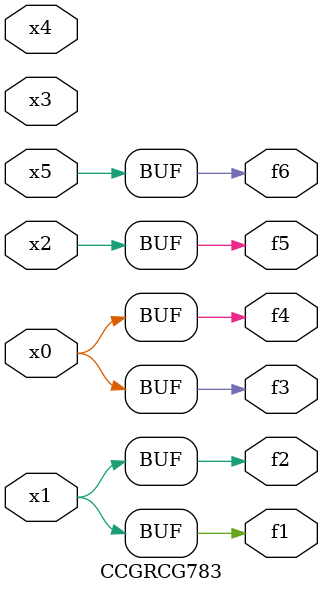
<source format=v>
module CCGRCG783(
	input x0, x1, x2, x3, x4, x5,
	output f1, f2, f3, f4, f5, f6
);
	assign f1 = x1;
	assign f2 = x1;
	assign f3 = x0;
	assign f4 = x0;
	assign f5 = x2;
	assign f6 = x5;
endmodule

</source>
